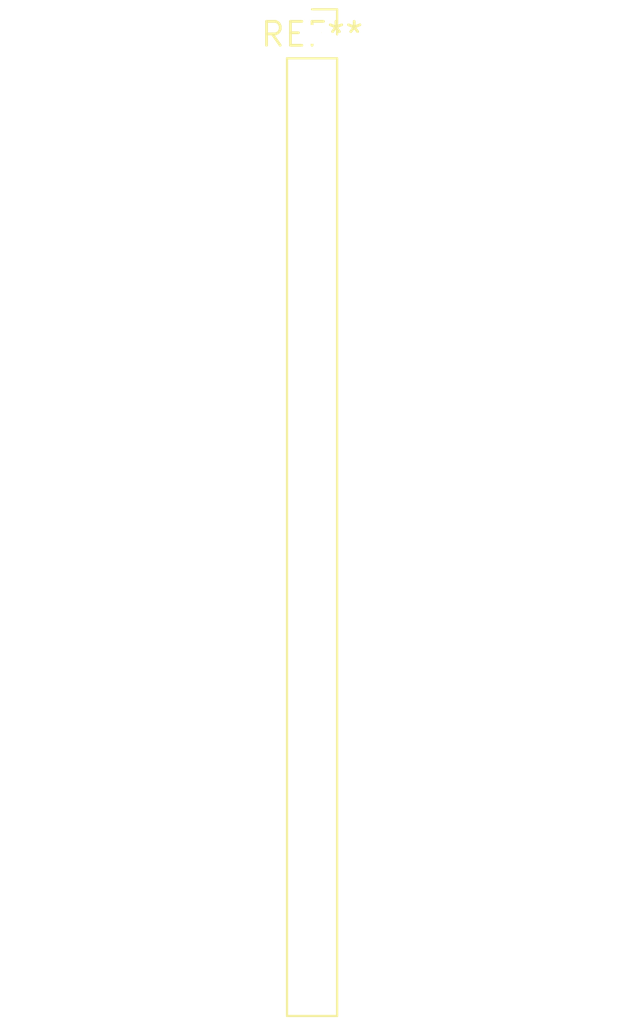
<source format=kicad_pcb>
(kicad_pcb (version 20240108) (generator pcbnew)
  (layers (0 "F.Cu" signal) (31 "B.Cu" signal) (34 "B.Paste" user) (35 "F.Paste" user) (36 "B.SilkS" user "B.Silkscreen") (37 "F.SilkS" user "F.Silkscreen") (38 "B.Mask" user) (39 "F.Mask" user) (44 "Edge.Cuts" user))
  (net 0 "")
  (footprint "PinSocket_1x21_P2.54mm_Vertical" (layer "F.Cu") (at 0 0)
    (property "Reference" "REF**")
    (property "Value" "PinSocket_1x21_P2.54mm_Vertical")
    (fp_line (start -1.33 1.27) (end -1.33 52.13) (layer "F.SilkS") (stroke (width 0.12)))
    (fp_line (start -1.33 1.27) (end 1.33 1.27) (layer "F.SilkS") (stroke (width 0.12)))
    (fp_line (start -1.33 52.13) (end 1.33 52.13) (layer "F.SilkS") (stroke (width 0.12)))
    (fp_line (start 0 -1.33) (end 1.33 -1.33) (layer "F.SilkS") (stroke (width 0.12)))
    (fp_line (start 1.33 -1.33) (end 1.33 0) (layer "F.SilkS") (stroke (width 0.12)))
    (fp_line (start 1.33 1.27) (end 1.33 52.13) (layer "F.SilkS") (stroke (width 0.12)))
    (pad "1" thru_hole rect (at 0 0) (size 1.7 1.7) (drill 1) (layers *.Cu *.Mask) (remove_unused_layers))
    (pad "2" thru_hole oval (at 0 2.54) (size 1.7 1.7) (drill 1) (layers *.Cu *.Mask) (remove_unused_layers))
    (pad "3" thru_hole oval (at 0 5.08) (size 1.7 1.7) (drill 1) (layers *.Cu *.Mask) (remove_unused_layers))
    (pad "4" thru_hole oval (at 0 7.62) (size 1.7 1.7) (drill 1) (layers *.Cu *.Mask) (remove_unused_layers))
    (pad "5" thru_hole oval (at 0 10.16) (size 1.7 1.7) (drill 1) (layers *.Cu *.Mask) (remove_unused_layers))
    (pad "6" thru_hole oval (at 0 12.7) (size 1.7 1.7) (drill 1) (layers *.Cu *.Mask) (remove_unused_layers))
    (pad "7" thru_hole oval (at 0 15.24) (size 1.7 1.7) (drill 1) (layers *.Cu *.Mask) (remove_unused_layers))
    (pad "8" thru_hole oval (at 0 17.78) (size 1.7 1.7) (drill 1) (layers *.Cu *.Mask) (remove_unused_layers))
    (pad "9" thru_hole oval (at 0 20.32) (size 1.7 1.7) (drill 1) (layers *.Cu *.Mask) (remove_unused_layers))
    (pad "10" thru_hole oval (at 0 22.86) (size 1.7 1.7) (drill 1) (layers *.Cu *.Mask) (remove_unused_layers))
    (pad "11" thru_hole oval (at 0 25.4) (size 1.7 1.7) (drill 1) (layers *.Cu *.Mask) (remove_unused_layers))
    (pad "12" thru_hole oval (at 0 27.94) (size 1.7 1.7) (drill 1) (layers *.Cu *.Mask) (remove_unused_layers))
    (pad "13" thru_hole oval (at 0 30.48) (size 1.7 1.7) (drill 1) (layers *.Cu *.Mask) (remove_unused_layers))
    (pad "14" thru_hole oval (at 0 33.02) (size 1.7 1.7) (drill 1) (layers *.Cu *.Mask) (remove_unused_layers))
    (pad "15" thru_hole oval (at 0 35.56) (size 1.7 1.7) (drill 1) (layers *.Cu *.Mask) (remove_unused_layers))
    (pad "16" thru_hole oval (at 0 38.1) (size 1.7 1.7) (drill 1) (layers *.Cu *.Mask) (remove_unused_layers))
    (pad "17" thru_hole oval (at 0 40.64) (size 1.7 1.7) (drill 1) (layers *.Cu *.Mask) (remove_unused_layers))
    (pad "18" thru_hole oval (at 0 43.18) (size 1.7 1.7) (drill 1) (layers *.Cu *.Mask) (remove_unused_layers))
    (pad "19" thru_hole oval (at 0 45.72) (size 1.7 1.7) (drill 1) (layers *.Cu *.Mask) (remove_unused_layers))
    (pad "20" thru_hole oval (at 0 48.26) (size 1.7 1.7) (drill 1) (layers *.Cu *.Mask) (remove_unused_layers))
    (pad "21" thru_hole oval (at 0 50.8) (size 1.7 1.7) (drill 1) (layers *.Cu *.Mask) (remove_unused_layers))
  )
)
</source>
